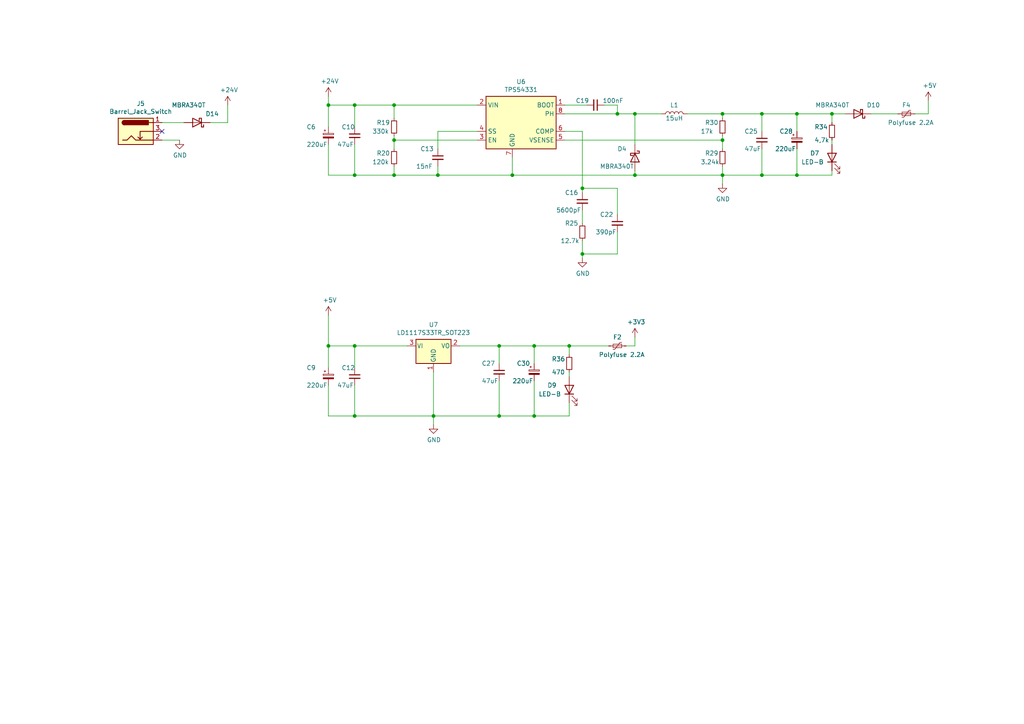
<source format=kicad_sch>
(kicad_sch (version 20231120) (generator "eeschema") (generator_version "8.0")
  (paper "A4")
  (title_block (title "KEY800") (date "2021-10-12") (rev "1.02") (company "www.SweProj.com"))
  (lib_symbols
    (symbol "Connector:Barrel_Jack_Switch" (pin_names hide)
      (property "Reference" "J" (at 0 5.334 0))
      (property "Value" "Barrel_Jack_Switch" (at 0 -5.08 0))
      (symbol "Barrel_Jack_Switch_0_1"
        (rectangle (start -5.08 3.81) (end 5.08 -3.81) (stroke (width 0.254)) (fill (type background)))
        (arc (start -3.302 3.175) (mid -3.9342 2.54) (end -3.302 1.905) (stroke (width 0.254)))
        (arc (start -3.302 3.175) (mid -3.9342 2.54) (end -3.302 1.905) (stroke (width 0.254)) (fill (type outline)))
        (polyline (pts (xy 1.27 -2.286) (xy 1.905 -1.651)) (stroke (width 0.254)))
        (polyline (pts (xy 5.08 2.54) (xy 3.81 2.54)) (stroke (width 0.254)))
        (polyline (pts (xy 5.08 0) (xy 1.27 0) (xy 1.27 -2.286) (xy 0.635 -1.651)) (stroke (width 0.254)))
        (polyline (pts (xy -3.81 -2.54) (xy -2.54 -2.54) (xy -1.27 -1.27) (xy 0 -2.54) (xy 2.54 -2.54) (xy 5.08 -2.54)) (stroke (width 0.254)))
        (rectangle (start 3.683 3.175) (end -3.302 1.905) (stroke (width 0.254)) (fill (type outline)))
      )
      (symbol "Barrel_Jack_Switch_1_1"
        (pin passive line (at 7.62 2.54 180) (length 2.54) (name "~") (number "1"))
        (pin passive line (at 7.62 -2.54 180) (length 2.54) (name "~") (number "2"))
        (pin passive line (at 7.62 0 180) (length 2.54) (name "~") (number "3"))
      )
    )
    (symbol "Device:CP_Small" (pin_numbers hide) (pin_names (offset 0.254) hide)
      (property "Reference" "C" (at 0.254 1.778 0))
      (property "Value" "Device_CP_Small" (at 0.254 -2.032 0))
      (symbol "CP_Small_0_1"
        (rectangle (start -1.524 -0.3048) (end 1.524 -0.6858) (fill (type outline)))
        (rectangle (start -1.524 0.6858) (end 1.524 0.3048))
        (polyline (pts (xy -1.27 1.524) (xy -0.762 1.524)))
        (polyline (pts (xy -1.016 1.27) (xy -1.016 1.778)))
      )
      (symbol "CP_Small_1_1"
        (pin passive line (at 0 2.54 270) (length 1.8542) (name "~") (number "1"))
        (pin passive line (at 0 -2.54 90) (length 1.8542) (name "~") (number "2"))
      )
    )
    (symbol "Device:C_Small" (pin_numbers hide) (pin_names (offset 0.254) hide)
      (property "Reference" "C" (at 0.254 1.778 0))
      (property "Value" "C_Small" (at 0.254 -2.032 0))
      (symbol "C_Small_0_1"
        (polyline (pts (xy -1.524 -0.508) (xy 1.524 -0.508)) (stroke (width 0.3302)))
        (polyline (pts (xy -1.524 0.508) (xy 1.524 0.508)) (stroke (width 0.3048)))
      )
      (symbol "C_Small_1_1"
        (pin passive line (at 0 2.54 270) (length 2.032) (name "~") (number "1"))
        (pin passive line (at 0 -2.54 90) (length 2.032) (name "~") (number "2"))
      )
    )
    (symbol "Device:D_Schottky" (pin_numbers hide) (pin_names (offset 1.016) hide)
      (property "Reference" "D" (at 0 2.54 0))
      (property "Value" "D_Schottky" (at 0 -2.54 0))
      (symbol "D_Schottky_0_1"
        (polyline (pts (xy 1.27 0) (xy -1.27 0)))
        (polyline (pts (xy 1.27 1.27) (xy 1.27 -1.27) (xy -1.27 0) (xy 1.27 1.27)) (stroke (width 0.254)))
        (polyline (pts (xy -1.905 0.635) (xy -1.905 1.27) (xy -1.27 1.27) (xy -1.27 -1.27) (xy -0.635 -1.27) (xy -0.635 -0.635)) (stroke (width 0.254)))
      )
      (symbol "D_Schottky_1_1"
        (pin passive line (at -3.81 0 0) (length 2.54) (name "K") (number "1"))
        (pin passive line (at 3.81 0 180) (length 2.54) (name "A") (number "2"))
      )
    )
    (symbol "Device:L" (pin_numbers hide) (pin_names (offset 1.016) hide)
      (property "Reference" "L" (at -1.27 0 90))
      (property "Value" "L" (at 1.905 0 90))
      (symbol "L_0_1"
        (arc (start 0 -2.54) (mid 0.6323 -1.905) (end 0 -1.27))
        (arc (start 0 -1.27) (mid 0.6323 -0.635) (end 0 0))
        (arc (start 0 0) (mid 0.6323 0.635) (end 0 1.27))
        (arc (start 0 1.27) (mid 0.6323 1.905) (end 0 2.54))
      )
      (symbol "L_1_1"
        (pin passive line (at 0 3.81 270) (length 1.27) (name "1") (number "1"))
        (pin passive line (at 0 -3.81 90) (length 1.27) (name "2") (number "2"))
      )
    )
    (symbol "Device:LED" (pin_numbers hide) (pin_names (offset 1.016) hide)
      (property "Reference" "D" (at 0 2.54 0))
      (property "Value" "LED" (at 0 -2.54 0))
      (symbol "LED_0_1"
        (polyline (pts (xy -1.27 -1.27) (xy -1.27 1.27)) (stroke (width 0.254)))
        (polyline (pts (xy -1.27 0) (xy 1.27 0)))
        (polyline (pts (xy 1.27 -1.27) (xy 1.27 1.27) (xy -1.27 0) (xy 1.27 -1.27)) (stroke (width 0.254)))
        (polyline (pts (xy -3.048 -0.762) (xy -4.572 -2.286) (xy -3.81 -2.286) (xy -4.572 -2.286) (xy -4.572 -1.524)))
        (polyline (pts (xy -1.778 -0.762) (xy -3.302 -2.286) (xy -2.54 -2.286) (xy -3.302 -2.286) (xy -3.302 -1.524)))
      )
      (symbol "LED_1_1"
        (pin passive line (at -3.81 0 0) (length 2.54) (name "K") (number "1"))
        (pin passive line (at 3.81 0 180) (length 2.54) (name "A") (number "2"))
      )
    )
    (symbol "Device:Polyfuse_Small" (pin_numbers hide) (pin_names (offset 0))
      (property "Reference" "F" (at -1.905 0 90))
      (property "Value" "Polyfuse_Small" (at 1.905 0 90))
      (symbol "Polyfuse_Small_0_1"
        (rectangle (start -0.508 1.27) (end 0.508 -1.27))
        (polyline (pts (xy 0 2.54) (xy 0 -2.54)))
        (polyline (pts (xy -1.016 1.27) (xy -1.016 0.762) (xy 1.016 -0.762) (xy 1.016 -1.27)))
      )
      (symbol "Polyfuse_Small_1_1"
        (pin passive line (at 0 2.54 270) (length 0.635) (name "~") (number "1"))
        (pin passive line (at 0 -2.54 90) (length 0.635) (name "~") (number "2"))
      )
    )
    (symbol "Device:R_Small" (pin_numbers hide) (pin_names (offset 0.254) hide)
      (property "Reference" "R" (at 0.762 0.508 0))
      (property "Value" "R_Small" (at 0.762 -1.016 0))
      (symbol "R_Small_0_1"
        (rectangle (start -0.762 1.778) (end 0.762 -1.778) (stroke (width 0.2032)))
      )
      (symbol "R_Small_1_1"
        (pin passive line (at 0 2.54 270) (length 0.762) (name "~") (number "1"))
        (pin passive line (at 0 -2.54 90) (length 0.762) (name "~") (number "2"))
      )
    )
    (symbol "Regulator_Linear:LD1117S33TR_SOT223" (pin_names (offset 0.254))
      (property "Reference" "U" (at -3.81 3.175 0))
      (property "Value" "LD1117S33TR_SOT223" (at 0 3.175 0))
      (symbol "LD1117S33TR_SOT223_0_1"
        (rectangle (start -5.08 -5.08) (end 5.08 1.905) (stroke (width 0.254)) (fill (type background)))
      )
      (symbol "LD1117S33TR_SOT223_1_1"
        (pin power_in line (at 0 -7.62 90) (length 2.54) (name "GND") (number "1"))
        (pin power_out line (at 7.62 0 180) (length 2.54) (name "VO") (number "2"))
        (pin power_in line (at -7.62 0 0) (length 2.54) (name "VI") (number "3"))
      )
    )
    (symbol "power:+24V" (power) (pin_names (offset 0))
      (property "Value" "+24V" (at 0 3.556 0))
      (symbol "+24V_0_1"
        (polyline (pts (xy -0.762 1.27) (xy 0 2.54)))
        (polyline (pts (xy 0 0) (xy 0 2.54)))
        (polyline (pts (xy 0 2.54) (xy 0.762 1.27)))
      )
      (symbol "+24V_1_1"
        (pin power_in line (at 0 0 90) (length 0) hide (name "+24V") (number "1"))
      )
    )
    (symbol "power:+3V3" (power) (pin_names (offset 0))
      (property "Value" "+3V3" (at 0 3.556 0))
      (symbol "+3V3_0_1"
        (polyline (pts (xy -0.762 1.27) (xy 0 2.54)))
        (polyline (pts (xy 0 0) (xy 0 2.54)))
        (polyline (pts (xy 0 2.54) (xy 0.762 1.27)))
      )
      (symbol "+3V3_1_1"
        (pin power_in line (at 0 0 90) (length 0) hide (name "+3V3") (number "1"))
      )
    )
    (symbol "power:+5V" (power) (pin_names (offset 0))
      (property "Value" "+5V" (at 0 3.556 0))
      (symbol "+5V_0_1"
        (polyline (pts (xy -0.762 1.27) (xy 0 2.54)))
        (polyline (pts (xy 0 0) (xy 0 2.54)))
        (polyline (pts (xy 0 2.54) (xy 0.762 1.27)))
      )
      (symbol "+5V_1_1"
        (pin power_in line (at 0 0 90) (length 0) hide (name "+5V") (number "1"))
      )
    )
    (symbol "power:GND" (power) (pin_names (offset 0))
      (property "Value" "GND" (at 0 -3.81 0))
      (symbol "GND_0_1"
        (polyline (pts (xy 0 0) (xy 0 -1.27) (xy 1.27 -1.27) (xy 0 -2.54) (xy -1.27 -1.27) (xy 0 -1.27)))
      )
      (symbol "GND_1_1"
        (pin power_in line (at 0 0 270) (length 0) hide (name "GND") (number "1"))
      )
    )
    (symbol "sm6uax:TPS54331"
      (property "Reference" "U" (at -10.16 8.89 0))
      (property "Value" "TPS54331" (at -1.27 8.89 0))
      (symbol "TPS54331_0_1"
        (rectangle (start -10.16 7.62) (end 10.16 -7.62) (stroke (width 0.254)) (fill (type background)))
      )
      (symbol "TPS54331_1_1"
        (pin input line (at 12.7 5.08 180) (length 2.54) (name "BOOT") (number "1"))
        (pin no_connect line (at -10.16 2.54 0) (length 2.54) hide (name "NC") (number "2"))
        (pin power_in line (at -12.7 5.08 0) (length 2.54) (name "VIN") (number "2"))
        (pin input line (at -12.7 -5.08 0) (length 2.54) (name "EN") (number "3"))
        (pin input line (at -12.7 -2.54 0) (length 2.54) (name "SS") (number "4"))
        (pin input line (at 12.7 -5.08 180) (length 2.54) (name "VSENSE") (number "5"))
        (pin bidirectional line (at 12.7 -2.54 180) (length 2.54) (name "COMP") (number "6"))
        (pin power_in line (at -2.54 -10.16 90) (length 2.54) (name "GND") (number "7"))
        (pin output line (at 12.7 2.54 180) (length 2.54) (name "PH") (number "8"))
      )
    )
  )
  (junction (at 114.3 50.8))
  (junction (at 102.87 100.33))
  (junction (at 165.1 100.33))
  (junction (at 95.25 100.33))
  (junction (at 209.55 40.64))
  (junction (at 95.25 30.48))
  (junction (at 102.87 120.65))
  (junction (at 102.87 50.8))
  (junction (at 220.98 50.8))
  (junction (at 168.91 73.66))
  (junction (at 148.59 50.8))
  (junction (at 209.55 33.02))
  (junction (at 168.91 54.61))
  (junction (at 144.78 100.33))
  (junction (at 184.15 33.02))
  (junction (at 241.3 33.02))
  (junction (at 231.14 50.8))
  (junction (at 114.3 40.64))
  (junction (at 144.78 120.65))
  (junction (at 231.14 33.02))
  (junction (at 184.15 50.8))
  (junction (at 127 50.8))
  (junction (at 154.94 100.33))
  (junction (at 220.98 33.02))
  (junction (at 179.07 33.02))
  (junction (at 125.73 120.65))
  (junction (at 209.55 50.8))
  (junction (at 102.87 30.48))
  (junction (at 114.3 30.48))
  (junction (at 154.94 120.65))
  (no_connect (at 46.99 38.1))
  (wire (pts (xy 220.98 50.8) (xy 220.98 43.18)))
  (wire (pts (xy 269.24 33.02) (xy 269.24 29.21)))
  (wire (pts (xy 114.3 40.64) (xy 114.3 43.18)))
  (wire (pts (xy 144.78 120.65) (xy 154.94 120.65)))
  (wire (pts (xy 95.25 111.76) (xy 95.25 120.65)))
  (wire (pts (xy 154.94 100.33) (xy 165.1 100.33)))
  (wire (pts (xy 184.15 50.8) (xy 209.55 50.8)))
  (wire (pts (xy 148.59 50.8) (xy 127 50.8)))
  (wire (pts (xy 231.14 33.02) (xy 231.14 38.1)))
  (wire (pts (xy 114.3 50.8) (xy 114.3 48.26)))
  (wire (pts (xy 165.1 100.33) (xy 165.1 102.87)))
  (wire (pts (xy 168.91 54.61) (xy 179.07 54.61)))
  (wire (pts (xy 60.96 35.56) (xy 66.04 35.56)))
  (wire (pts (xy 95.25 100.33) (xy 102.87 100.33)))
  (wire (pts (xy 199.39 33.02) (xy 209.55 33.02)))
  (wire (pts (xy 127 48.26) (xy 127 50.8)))
  (wire (pts (xy 125.73 120.65) (xy 144.78 120.65)))
  (wire (pts (xy 114.3 40.64) (xy 138.43 40.64)))
  (wire (pts (xy 133.35 100.33) (xy 144.78 100.33)))
  (wire (pts (xy 179.07 33.02) (xy 184.15 33.02)))
  (wire (pts (xy 46.99 35.56) (xy 53.34 35.56)))
  (wire (pts (xy 175.26 30.48) (xy 179.07 30.48)))
  (wire (pts (xy 252.73 33.02) (xy 260.35 33.02)))
  (wire (pts (xy 241.3 33.02) (xy 245.11 33.02)))
  (wire (pts (xy 168.91 73.66) (xy 168.91 74.93)))
  (wire (pts (xy 184.15 33.02) (xy 191.77 33.02)))
  (wire (pts (xy 168.91 60.96) (xy 168.91 64.77)))
  (wire (pts (xy 95.25 120.65) (xy 102.87 120.65)))
  (wire (pts (xy 165.1 100.33) (xy 176.53 100.33)))
  (wire (pts (xy 231.14 50.8) (xy 241.3 50.8)))
  (wire (pts (xy 95.25 30.48) (xy 95.25 36.83)))
  (wire (pts (xy 154.94 120.65) (xy 165.1 120.65)))
  (wire (pts (xy 241.3 50.8) (xy 241.3 49.53)))
  (wire (pts (xy 231.14 33.02) (xy 241.3 33.02)))
  (wire (pts (xy 184.15 33.02) (xy 184.15 41.91)))
  (wire (pts (xy 163.83 38.1) (xy 168.91 38.1)))
  (wire (pts (xy 102.87 50.8) (xy 102.87 41.91)))
  (wire (pts (xy 102.87 36.83) (xy 102.87 30.48)))
  (wire (pts (xy 102.87 100.33) (xy 118.11 100.33)))
  (wire (pts (xy 209.55 33.02) (xy 220.98 33.02)))
  (wire (pts (xy 220.98 50.8) (xy 231.14 50.8)))
  (wire (pts (xy 95.25 50.8) (xy 102.87 50.8)))
  (wire (pts (xy 125.73 120.65) (xy 125.73 123.19)))
  (wire (pts (xy 66.04 35.56) (xy 66.04 30.48)))
  (wire (pts (xy 209.55 40.64) (xy 209.55 39.37)))
  (wire (pts (xy 148.59 45.72) (xy 148.59 50.8)))
  (wire (pts (xy 209.55 33.02) (xy 209.55 34.29)))
  (wire (pts (xy 265.43 33.02) (xy 269.24 33.02)))
  (wire (pts (xy 127 38.1) (xy 138.43 38.1)))
  (wire (pts (xy 220.98 33.02) (xy 231.14 33.02)))
  (wire (pts (xy 127 50.8) (xy 114.3 50.8)))
  (wire (pts (xy 241.3 33.02) (xy 241.3 35.56)))
  (wire (pts (xy 144.78 100.33) (xy 144.78 105.41)))
  (wire (pts (xy 209.55 50.8) (xy 209.55 53.34)))
  (wire (pts (xy 95.25 91.44) (xy 95.25 100.33)))
  (wire (pts (xy 102.87 120.65) (xy 125.73 120.65)))
  (wire (pts (xy 163.83 33.02) (xy 179.07 33.02)))
  (wire (pts (xy 102.87 106.68) (xy 102.87 100.33)))
  (wire (pts (xy 209.55 50.8) (xy 220.98 50.8)))
  (wire (pts (xy 241.3 40.64) (xy 241.3 41.91)))
  (wire (pts (xy 168.91 69.85) (xy 168.91 73.66)))
  (wire (pts (xy 154.94 110.49) (xy 154.94 120.65)))
  (wire (pts (xy 144.78 100.33) (xy 154.94 100.33)))
  (wire (pts (xy 114.3 40.64) (xy 114.3 39.37)))
  (wire (pts (xy 184.15 100.33) (xy 184.15 97.79)))
  (wire (pts (xy 220.98 33.02) (xy 220.98 38.1)))
  (wire (pts (xy 95.25 100.33) (xy 95.25 106.68)))
  (wire (pts (xy 168.91 38.1) (xy 168.91 54.61)))
  (wire (pts (xy 102.87 120.65) (xy 102.87 111.76)))
  (wire (pts (xy 181.61 100.33) (xy 184.15 100.33)))
  (wire (pts (xy 114.3 50.8) (xy 102.87 50.8)))
  (wire (pts (xy 168.91 73.66) (xy 179.07 73.66)))
  (wire (pts (xy 179.07 30.48) (xy 179.07 33.02)))
  (wire (pts (xy 114.3 30.48) (xy 114.3 34.29)))
  (wire (pts (xy 209.55 40.64) (xy 209.55 43.18)))
  (wire (pts (xy 165.1 116.84) (xy 165.1 120.65)))
  (wire (pts (xy 179.07 54.61) (xy 179.07 62.23)))
  (wire (pts (xy 163.83 30.48) (xy 170.18 30.48)))
  (wire (pts (xy 179.07 73.66) (xy 179.07 67.31)))
  (wire (pts (xy 154.94 100.33) (xy 154.94 105.41)))
  (wire (pts (xy 165.1 107.95) (xy 165.1 109.22)))
  (wire (pts (xy 114.3 30.48) (xy 138.43 30.48)))
  (wire (pts (xy 102.87 30.48) (xy 114.3 30.48)))
  (wire (pts (xy 209.55 50.8) (xy 209.55 48.26)))
  (wire (pts (xy 184.15 49.53) (xy 184.15 50.8)))
  (wire (pts (xy 231.14 43.18) (xy 231.14 50.8)))
  (wire (pts (xy 168.91 54.61) (xy 168.91 55.88)))
  (wire (pts (xy 125.73 120.65) (xy 125.73 107.95)))
  (wire (pts (xy 95.25 41.91) (xy 95.25 50.8)))
  (wire (pts (xy 163.83 40.64) (xy 209.55 40.64)))
  (wire (pts (xy 95.25 27.94) (xy 95.25 30.48)))
  (wire (pts (xy 46.99 40.64) (xy 52.07 40.64)))
  (wire (pts (xy 148.59 50.8) (xy 184.15 50.8)))
  (wire (pts (xy 127 43.18) (xy 127 38.1)))
  (wire (pts (xy 144.78 110.49) (xy 144.78 120.65)))
  (wire (pts (xy 95.25 30.48) (xy 102.87 30.48)))
  (symbol (lib_id "power:+3V3") (at 184.15 97.79 0) (unit 1)
    (property "Reference" "#PWR0104" (effects (hide yes)))
    (property "Value" "+3V3" (at 184.531 93.3958 0))
  )
  (symbol (lib_id "Device:LED") (at 165.1 113.03 90) (unit 1)
    (property "Reference" "D9" (at 158.75 111.76 90) (effects (justify right)))
    (property "Value" "LED-B" (at 156.21 114.3 90) (effects (justify right)))
    (property "Footprint" "LED_SMD:LED_0603_1608Metric" (effects (hide yes)))
    (property "LCSC" "C72041" (effects (hide yes)))
  )
  (symbol (lib_id "Device:R_Small") (at 165.1 105.41 0) (unit 1)
    (property "Reference" "R36" (at 160.02 104.14 0) (effects (justify left)))
    (property "Value" "470" (at 160.02 107.95 0) (effects (justify left)))
    (property "Footprint" "Resistor_SMD:R_0402_1005Metric" (effects (hide yes)))
    (property "LCSC" "C25117" (effects (hide yes)))
  )
  (symbol (lib_id "Device:C_Small") (at 144.78 107.95 0) (unit 1)
    (property "Reference" "C27" (at 139.7 105.41 0) (effects (justify left)))
    (property "Value" "47uF" (at 139.7 110.49 0) (effects (justify left)))
    (property "Footprint" "Capacitor_SMD:C_0805_2012Metric" (effects (hide yes)))
    (property "LCSC" "C16780" (effects (hide yes)))
  )
  (symbol (lib_id "power:+5V") (at 95.25 91.44 0) (unit 1)
    (property "Reference" "#PWR0103" (effects (hide yes)))
    (property "Value" "+5V" (at 95.631 87.0458 0))
  )
  (symbol (lib_id "Device:C_Small") (at 102.87 109.22 0) (unit 1)
    (property "Reference" "C12" (at 99.06 106.68 0) (effects (justify left)))
    (property "Value" "47uF" (at 97.79 111.76 0) (effects (justify left)))
    (property "Footprint" "Capacitor_SMD:C_0805_2012Metric" (effects (hide yes)))
    (property "LCSC" "C16780" (effects (hide yes)))
  )
  (symbol (lib_id "Device:CP_Small") (at 154.94 107.95 0) (unit 1)
    (property "Reference" "C30" (at 149.86 105.41 0) (effects (justify left)))
    (property "Value" "220uF" (at 148.59 110.49 0) (effects (justify left)))
    (property "Footprint" "Capacitor_SMD:CP_Elec_6.3x7.7" (effects (hide yes)))
    (property "LCSC" "C127327" (effects (hide yes)))
  )
  (symbol (lib_id "Device:CP_Small") (at 95.25 109.22 0) (unit 1)
    (property "Reference" "C9" (at 88.9 106.68 0) (effects (justify left)))
    (property "Value" "220uF" (at 88.9 111.76 0) (effects (justify left)))
    (property "Footprint" "Capacitor_SMD:CP_Elec_6.3x7.7" (effects (hide yes)))
    (property "LCSC" "C127327" (effects (hide yes)))
  )
  (symbol (lib_id "Device:R_Small") (at 209.55 36.83 0) (unit 1)
    (property "Reference" "R30" (at 204.47 35.56 0) (effects (justify left)))
    (property "Value" "17k" (at 203.2 38.1 0) (effects (justify left)))
    (property "Footprint" "Resistor_SMD:R_0402_1005Metric" (effects (hide yes)))
    (property "LCSC" "C26957" (effects (hide yes)))
  )
  (symbol (lib_id "power:+5V") (at 269.24 29.21 0) (unit 1)
    (property "Reference" "#PWR0107" (effects (hide yes)))
    (property "Value" "+5V" (at 269.621 24.8158 0))
  )
  (symbol (lib_id "Connector:Barrel_Jack_Switch") (at 39.37 38.1 0) (unit 1)
    (property "Reference" "J5" (at 40.8178 30.0482 0))
    (property "Value" "Barrel_Jack_Switch" (at 40.8178 32.3596 0))
    (property "Footprint" "key800:BarrelJack_Wuerth_6941xx301002" (effects (hide yes)))
  )
  (symbol (lib_id "power:+24V") (at 66.04 30.48 0) (unit 1)
    (property "Reference" "#PWR028" (effects (hide yes)))
    (property "Value" "+24V" (at 66.421 26.0858 0))
  )
  (symbol (lib_id "Device:D_Schottky") (at 57.15 35.56 180) (unit 1)
    (property "Reference" "D14" (at 63.5 33.02 0) (effects (justify left)))
    (property "Value" "MBRA340T" (at 59.69 30.48 0) (effects (justify left)))
    (property "Footprint" "Diode_SMD:D_SMA" (effects (hide yes)))
    (property "LCSC" "C26178" (effects (hide yes)))
  )
  (symbol (lib_id "power:GND") (at 52.07 40.64 0) (unit 1)
    (property "Reference" "#PWR027" (effects (hide yes)))
    (property "Value" "GND" (at 52.197 45.0342 0))
  )
  (symbol (lib_id "Device:C_Small") (at 172.72 30.48 270) (unit 1)
    (property "Reference" "C19" (at 168.91 29.21 90))
    (property "Value" "100nF" (at 177.8 29.21 90))
    (property "Footprint" "Capacitor_SMD:C_0603_1608Metric" (effects (hide yes)))
    (property "LCSC" "C1525" (effects (hide yes)))
  )
  (symbol (lib_id "Device:D_Schottky") (at 184.15 45.72 270) (unit 1)
    (property "Reference" "D4" (at 179.07 43.18 90) (effects (justify left)))
    (property "Value" "MBRA340T" (at 173.99 48.26 90) (effects (justify left)))
    (property "Footprint" "Diode_SMD:D_SMA" (effects (hide yes)))
    (property "LCSC" "C26178" (effects (hide yes)))
  )
  (symbol (lib_id "Device:R_Small") (at 209.55 45.72 0) (unit 1)
    (property "Reference" "R29" (at 204.47 44.45 0) (effects (justify left)))
    (property "Value" "3.24k" (at 203.2 46.99 0) (effects (justify left)))
    (property "Footprint" "Resistor_SMD:R_0402_1005Metric" (effects (hide yes)))
    (property "LCSC" "C11457" (effects (hide yes)))
  )
  (symbol (lib_id "sm6uax:TPS54331") (at 151.13 35.56 0) (unit 1)
    (property "Reference" "U6" (at 151.13 23.6982 0))
    (property "Value" "TPS54331" (at 151.13 26.0096 0))
    (property "Footprint" "Package_SO:SOIC-8_3.9x4.9mm_P1.27mm" (effects (hide yes)))
    (property "Datasheet" "https://www.ti.com/lit/ds/symlink/tps54331.pdf" (effects (hide yes)))
    (property "LCSC" "C9865" (effects (hide yes)))
  )
  (symbol (lib_id "Device:C_Small") (at 220.98 40.64 0) (unit 1)
    (property "Reference" "C25" (at 215.9 38.1 0) (effects (justify left)))
    (property "Value" "47uF" (at 215.9 43.18 0) (effects (justify left)))
    (property "Footprint" "Capacitor_SMD:C_0805_2012Metric" (effects (hide yes)))
    (property "LCSC" "C16780" (effects (hide yes)))
  )
  (symbol (lib_id "Device:C_Small") (at 168.91 58.42 0) (unit 1)
    (property "Reference" "C16" (at 163.83 55.88 0) (effects (justify left)))
    (property "Value" "5600pF" (at 161.29 60.96 0) (effects (justify left)))
    (property "Footprint" "Capacitor_SMD:C_0603_1608Metric" (effects (hide yes)))
    (property "LCSC" "C170143" (effects (hide yes)))
  )
  (symbol (lib_id "Device:C_Small") (at 179.07 64.77 0) (unit 1)
    (property "Reference" "C22" (at 173.99 62.23 0) (effects (justify left)))
    (property "Value" "390pF" (at 172.72 67.31 0) (effects (justify left)))
    (property "Footprint" "Capacitor_SMD:C_0603_1608Metric" (effects (hide yes)))
    (property "LCSC" "C363517" (effects (hide yes)))
  )
  (symbol (lib_id "Device:R_Small") (at 168.91 67.31 0) (unit 1)
    (property "Reference" "R25" (at 163.83 64.77 0) (effects (justify left)))
    (property "Value" "12.7k" (at 162.56 69.85 0) (effects (justify left)))
    (property "Footprint" "Resistor_SMD:R_0402_1005Metric" (effects (hide yes)))
    (property "LCSC" "C25853" (effects (hide yes)))
  )
  (symbol (lib_id "power:GND") (at 168.91 74.93 0) (unit 1)
    (property "Reference" "#PWR0109" (effects (hide yes)))
    (property "Value" "GND" (at 169.037 79.3242 0))
  )
  (symbol (lib_id "power:GND") (at 209.55 53.34 0) (unit 1)
    (property "Reference" "#PWR0110" (effects (hide yes)))
    (property "Value" "GND" (at 209.677 57.7342 0))
  )
  (symbol (lib_id "Device:C_Small") (at 127 45.72 0) (unit 1)
    (property "Reference" "C13" (at 121.92 43.18 0) (effects (justify left)))
    (property "Value" "15nF" (at 120.65 48.26 0) (effects (justify left)))
    (property "Footprint" "Capacitor_SMD:C_0402_1005Metric" (effects (hide yes)))
    (property "LCSC" "C1548" (effects (hide yes)))
  )
  (symbol (lib_id "Device:R_Small") (at 114.3 36.83 0) (unit 1)
    (property "Reference" "R19" (at 109.22 35.56 0) (effects (justify left)))
    (property "Value" "330k" (at 107.95 38.1 0) (effects (justify left)))
    (property "Footprint" "Resistor_SMD:R_0402_1005Metric" (effects (hide yes)))
    (property "LCSC" "C25778" (effects (hide yes)))
  )
  (symbol (lib_id "Device:R_Small") (at 114.3 45.72 0) (unit 1)
    (property "Reference" "R20" (at 109.22 44.45 0) (effects (justify left)))
    (property "Value" "120k" (at 107.95 46.99 0) (effects (justify left)))
    (property "Footprint" "Resistor_SMD:R_0402_1005Metric" (effects (hide yes)))
    (property "LCSC" "C25750" (effects (hide yes)))
  )
  (symbol (lib_id "Device:C_Small") (at 102.87 39.37 0) (unit 1)
    (property "Reference" "C10" (at 99.06 36.83 0) (effects (justify left)))
    (property "Value" "47uF" (at 97.79 41.91 0) (effects (justify left)))
    (property "Footprint" "Capacitor_SMD:C_0805_2012Metric" (effects (hide yes)))
    (property "LCSC" "C16780" (effects (hide yes)))
  )
  (symbol (lib_id "Device:L") (at 195.58 33.02 90) (unit 1)
    (property "Reference" "L1" (at 195.58 30.48 90))
    (property "Value" "15uH" (at 195.58 34.29 90))
    (property "Footprint" "key800:L_6.3x6.3_H3" (effects (hide yes)))
    (property "LCSC" "C83374" (effects (hide yes)))
  )
  (symbol (lib_id "Device:CP_Small") (at 231.14 40.64 0) (unit 1)
    (property "Reference" "C28" (at 226.06 38.1 0) (effects (justify left)))
    (property "Value" "220uF" (at 224.79 43.18 0) (effects (justify left)))
    (property "Footprint" "Capacitor_SMD:CP_Elec_6.3x7.7" (effects (hide yes)))
    (property "LCSC" "C127327" (effects (hide yes)))
  )
  (symbol (lib_id "Device:CP_Small") (at 95.25 39.37 0) (unit 1)
    (property "Reference" "C6" (at 88.9 36.83 0) (effects (justify left)))
    (property "Value" "220uF" (at 88.9 41.91 0) (effects (justify left)))
    (property "Footprint" "Capacitor_SMD:CP_Elec_6.3x7.7" (effects (hide yes)))
    (property "LCSC" "C127327" (effects (hide yes)))
  )
  (symbol (lib_id "Device:LED") (at 241.3 45.72 90) (unit 1)
    (property "Reference" "D7" (at 234.95 44.45 90) (effects (justify right)))
    (property "Value" "LED-B" (at 232.41 46.99 90) (effects (justify right)))
    (property "Footprint" "LED_SMD:LED_0603_1608Metric" (effects (hide yes)))
    (property "LCSC" "C72041" (effects (hide yes)))
  )
  (symbol (lib_id "Device:R_Small") (at 241.3 38.1 0) (unit 1)
    (property "Reference" "R34" (at 236.22 36.83 0) (effects (justify left)))
    (property "Value" "4,7k" (at 236.22 40.64 0) (effects (justify left)))
    (property "Footprint" "Resistor_SMD:R_0402_1005Metric" (effects (hide yes)))
    (property "LCSC" "C25900" (effects (hide yes)))
  )
  (symbol (lib_id "Device:D_Schottky") (at 248.92 33.02 180) (unit 1)
    (property "Reference" "D10" (at 255.27 30.48 0) (effects (justify left)))
    (property "Value" "MBRA340T" (at 246.38 30.48 0) (effects (justify left)))
    (property "Footprint" "Diode_SMD:D_SMA" (effects (hide yes)))
    (property "LCSC" "C26178" (effects (hide yes)))
  )
  (symbol (lib_id "power:+24V") (at 95.25 27.94 0) (unit 1)
    (property "Reference" "#PWR0112" (effects (hide yes)))
    (property "Value" "+24V" (at 95.631 23.5458 0))
  )
  (symbol (lib_id "Device:Polyfuse_Small") (at 262.89 33.02 270) (unit 1)
    (property "Reference" "F4" (at 262.89 30.48 90))
    (property "Value" "Polyfuse 2.2A" (at 264.16 35.56 90))
    (property "Footprint" "key800:Fuse_1206_3216Metric" (effects (hide yes)))
    (property "LCSC" "C122658" (effects (hide yes)))
  )
  (symbol (lib_id "Regulator_Linear:LD1117S33TR_SOT223") (at 125.73 100.33 0) (unit 1)
    (property "Reference" "U7" (at 125.73 94.1832 0))
    (property "Value" "LD1117S33TR_SOT223" (at 125.73 96.4946 0))
    (property "Footprint" "Package_TO_SOT_SMD:SOT-223-3_TabPin2" (effects (hide yes)))
    (property "Datasheet" "http://www.st.com/st-web-ui/static/active/en/resource/technical/document/datasheet/CD00000544.pdf" (effects (hide yes)))
    (property "LCSC" "C115288" (effects (hide yes)))
  )
  (symbol (lib_id "Device:Polyfuse_Small") (at 179.07 100.33 270) (unit 1)
    (property "Reference" "F2" (at 179.07 97.79 90))
    (property "Value" "Polyfuse 2.2A" (at 180.34 102.87 90))
    (property "Footprint" "key800:Fuse_1206_3216Metric" (effects (hide yes)))
    (property "LCSC" "C122658" (effects (hide yes)))
  )
  (symbol (lib_id "power:GND") (at 125.73 123.19 0) (unit 1)
    (property "Reference" "#PWR0101" (effects (hide yes)))
    (property "Value" "GND" (at 125.857 127.5842 0))
  )
)
</source>
